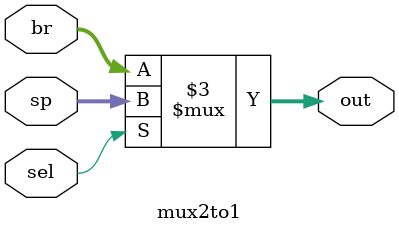
<source format=v>
`timescale 1 ns/1 ps
module mux2to1
    (
    input [15:0]br, sp,
    input sel,
    output reg [15:0] out);


    always @(br,sp,sel)
    begin
        if (sel)//sp signal high
            out=sp;
        else //branch
            out=br;
    end

endmodule

</source>
